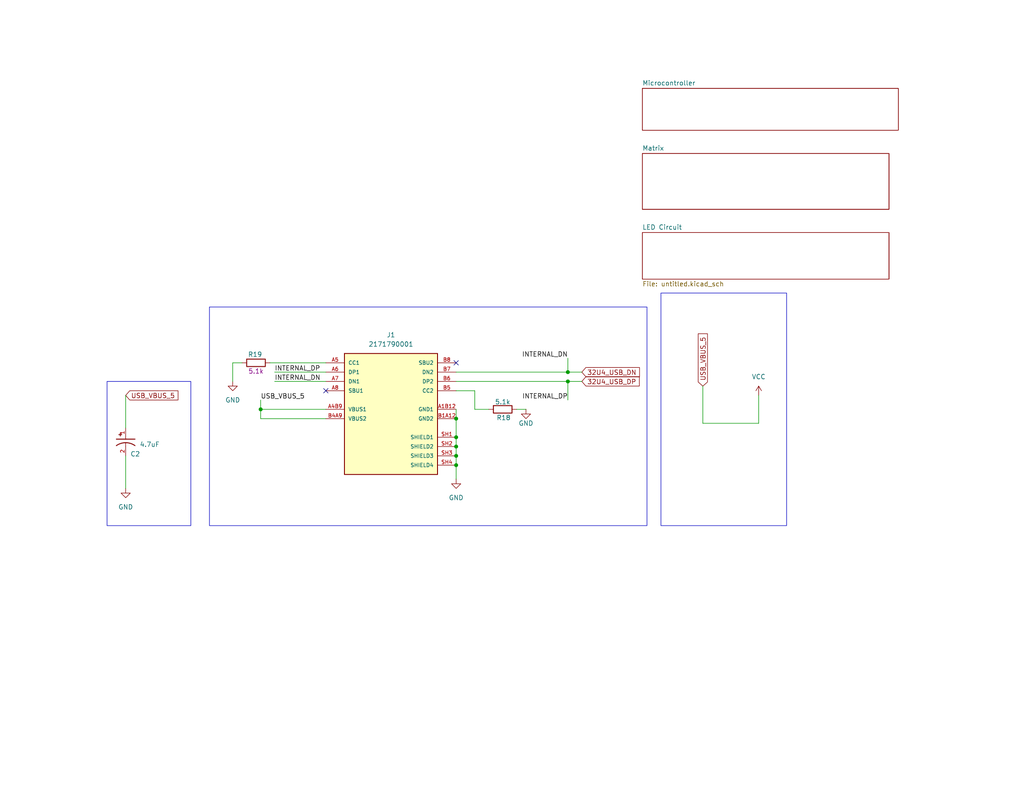
<source format=kicad_sch>
(kicad_sch (version 20231120) (generator "eeschema") (generator_version "8.0")
  (paper "USLetter")
  (title_block (title "40% Keyboard Switch Matrix") (date "2024-03-30") (rev "4") (company "Luke Zambella"))
  (lib_symbols
    (symbol "Device:R" (pin_numbers hide) (pin_names (offset 0))
      (property "Reference" "R" (at 2.032 0 90))
      (property "Value" "R" (at 0 0 90))
      (symbol "R_0_1"
        (rectangle (start -1.016 -2.54) (end 1.016 2.54) (stroke (width 0.254)))
      )
      (symbol "R_1_1"
        (pin passive line (at 0 3.81 270) (length 1.27) (name "~") (number "1"))
        (pin passive line (at 0 -3.81 90) (length 1.27) (name "~") (number "2"))
      )
    )
    (symbol "My Parts:2171790001" (pin_names (offset 1.016))
      (property "Reference" "J" (at -12.7 16.002 0))
      (property "Value" "2171790001" (at -12.7 -18.542 0))
      (symbol "2171790001_0_0"
        (rectangle (start -12.7 -17.78) (end 12.7 15.24) (stroke (width 0.254)) (fill (type background)))
        (pin power_in line (at 17.78 0 180) (length 5.08) (name "GND1") (number "A1B12"))
        (pin power_in line (at -17.78 0 0) (length 5.08) (name "VBUS1") (number "A4B9"))
        (pin bidirectional line (at -17.78 12.7 0) (length 5.08) (name "CC1") (number "A5"))
        (pin bidirectional line (at -17.78 10.16 0) (length 5.08) (name "DP1") (number "A6"))
        (pin bidirectional line (at -17.78 7.62 0) (length 5.08) (name "DN1") (number "A7"))
        (pin bidirectional line (at -17.78 5.08 0) (length 5.08) (name "SBU1") (number "A8"))
        (pin power_in line (at 17.78 -2.54 180) (length 5.08) (name "GND2") (number "B1A12"))
        (pin power_in line (at -17.78 -2.54 0) (length 5.08) (name "VBUS2") (number "B4A9"))
        (pin bidirectional line (at 17.78 5.08 180) (length 5.08) (name "CC2") (number "B5"))
        (pin bidirectional line (at 17.78 7.62 180) (length 5.08) (name "DP2") (number "B6"))
        (pin bidirectional line (at 17.78 10.16 180) (length 5.08) (name "DN2") (number "B7"))
        (pin bidirectional line (at 17.78 12.7 180) (length 5.08) (name "SBU2") (number "B8"))
        (pin passive line (at 17.78 -7.62 180) (length 5.08) (name "SHIELD1") (number "SH1"))
        (pin passive line (at 17.78 -10.16 180) (length 5.08) (name "SHIELD2") (number "SH2"))
        (pin passive line (at 17.78 -12.7 180) (length 5.08) (name "SHIELD3") (number "SH3"))
        (pin passive line (at 17.78 -15.24 180) (length 5.08) (name "SHIELD4") (number "SH4"))
      )
    )
    (symbol "Project:EEEFK1H220P" (pin_names (offset 1.016))
      (property "Reference" "C" (at -2.54 3.81 0))
      (property "Value" "EEEFK1H220P" (at -2.54 -5.08 0))
      (symbol "EEEFK1H220P_0_0"
        (rectangle (start -1.173 -1.532) (end -0.284 -1.405) (stroke (width 0.1)) (fill (type outline)))
        (rectangle (start -0.792 -1.913) (end -0.665 -1.024) (stroke (width 0.1)) (fill (type outline)))
        (polyline (pts (xy 0 0) (xy 0.508 0)) (stroke (width 0.1524)))
        (polyline (pts (xy 0.508 0) (xy 0.508 -2.54)) (stroke (width 0.254)))
        (polyline (pts (xy 0.508 2.54) (xy 0.508 0)) (stroke (width 0.254)))
        (polyline (pts (xy 2.54 0) (xy 1.524 0)) (stroke (width 0.1524)))
        (arc (start 2.286 2.54) (mid 1.4851 0) (end 2.286 -2.54) (stroke (width 0.254)))
        (pin passive line (at -2.54 0 0) (length 2.54) (name "~") (number "1"))
        (pin passive line (at 5.08 0 180) (length 2.54) (name "~") (number "2"))
      )
    )
    (symbol "power:GND" (power) (pin_numbers hide) (pin_names (offset 0) hide)
      (property "Value" "GND" (at 0 -3.81 0))
      (symbol "GND_0_1"
        (polyline (pts (xy 0 0) (xy 0 -1.27) (xy 1.27 -1.27) (xy 0 -2.54) (xy -1.27 -1.27) (xy 0 -1.27)))
      )
      (symbol "GND_1_1"
        (pin power_in line (at 0 0 270) (length 0) (name "~") (number "1"))
      )
    )
    (symbol "power:VCC" (power) (pin_numbers hide) (pin_names (offset 0) hide)
      (property "Value" "VCC" (at 0 3.556 0))
      (symbol "VCC_0_1"
        (polyline (pts (xy -0.762 1.27) (xy 0 2.54)))
        (polyline (pts (xy 0 0) (xy 0 2.54)))
        (polyline (pts (xy 0 2.54) (xy 0.762 1.27)))
      )
      (symbol "VCC_1_1"
        (pin power_in line (at 0 0 90) (length 0) (name "~") (number "1"))
      )
    )
  )
  (junction (at 124.46 127))
  (junction (at 71.12 111.76))
  (junction (at 154.94 104.14))
  (junction (at 124.46 124.46))
  (junction (at 124.46 114.3))
  (junction (at 124.46 121.92))
  (junction (at 124.46 119.38))
  (junction (at 154.94 101.6))
  (no_connect (at 88.9 106.68))
  (no_connect (at 124.46 99.06))
  (wire (pts (xy 191.77 105.41) (xy 191.77 115.57)))
  (wire (pts (xy 191.77 115.57) (xy 207.01 115.57)))
  (wire (pts (xy 34.29 124.46) (xy 34.29 133.35)))
  (wire (pts (xy 154.94 104.14) (xy 158.75 104.14)))
  (wire (pts (xy 207.01 115.57) (xy 207.01 107.95)))
  (wire (pts (xy 129.54 111.76) (xy 129.54 106.68)))
  (wire (pts (xy 124.46 121.92) (xy 124.46 124.46)))
  (wire (pts (xy 124.46 101.6) (xy 154.94 101.6)))
  (wire (pts (xy 66.04 99.06) (xy 63.5 99.06)))
  (wire (pts (xy 140.97 111.76) (xy 143.51 111.76)))
  (wire (pts (xy 154.94 97.79) (xy 154.94 101.6)))
  (wire (pts (xy 124.46 104.14) (xy 154.94 104.14)))
  (wire (pts (xy 129.54 106.68) (xy 124.46 106.68)))
  (wire (pts (xy 71.12 111.76) (xy 71.12 114.3)))
  (wire (pts (xy 154.94 104.14) (xy 154.94 109.22)))
  (wire (pts (xy 34.29 107.95) (xy 34.29 116.84)))
  (wire (pts (xy 73.66 99.06) (xy 88.9 99.06)))
  (wire (pts (xy 124.46 114.3) (xy 124.46 119.38)))
  (wire (pts (xy 71.12 114.3) (xy 88.9 114.3)))
  (wire (pts (xy 124.46 119.38) (xy 124.46 121.92)))
  (wire (pts (xy 124.46 127) (xy 124.46 130.81)))
  (wire (pts (xy 129.54 111.76) (xy 133.35 111.76)))
  (wire (pts (xy 124.46 111.76) (xy 124.46 114.3)))
  (wire (pts (xy 154.94 101.6) (xy 158.75 101.6)))
  (wire (pts (xy 71.12 109.22) (xy 71.12 111.76)))
  (wire (pts (xy 71.12 111.76) (xy 88.9 111.76)))
  (wire (pts (xy 74.93 104.14) (xy 88.9 104.14)))
  (wire (pts (xy 63.5 99.06) (xy 63.5 104.14)))
  (wire (pts (xy 124.46 124.46) (xy 124.46 127)))
  (wire (pts (xy 74.93 101.6) (xy 88.9 101.6)))
  (rectangle (start 29.21 104.14) (end 52.07 143.51))
  (rectangle (start 57.15 83.82) (end 176.53 143.51))
  (rectangle (start 180.34 80.01) (end 214.63 143.51))
  (label "INTERNAL_DN" (at 154.94 97.79 180))
  (label "USB_VBUS_5" (at 71.12 109.22 0))
  (label "INTERNAL_DP" (at 74.93 101.6 0))
  (label "INTERNAL_DP" (at 154.94 109.22 180))
  (label "INTERNAL_DN" (at 74.93 104.14 0))
  (global_label "USB_VBUS_5" (shape input) (at 191.77 105.41 90) (property "Intersheetrefs" "${INTERSHEET_REFS}" (effects (hide yes))))
  (global_label "32U4_USB_DP" (shape input) (at 158.75 104.14 0) (property "Intersheetrefs" "${INTERSHEET_REFS}" (effects (hide yes))))
  (global_label "32U4_USB_DN" (shape input) (at 158.75 101.6 0) (property "Intersheetrefs" "${INTERSHEET_REFS}" (effects (hide yes))))
  (global_label "USB_VBUS_5" (shape input) (at 34.29 107.95 0) (property "Intersheetrefs" "${INTERSHEET_REFS}" (effects (hide yes))))
  (symbol (lib_id "Device:R") (at 137.16 111.76 90) (unit 1)
    (property "Reference" "R18" (at 137.414 114.046 90))
    (property "Value" "5.1k" (at 137.16 109.728 90))
    (property "Footprint" "Resistor_SMD:R_1206_3216Metric" (effects (hide yes)))
    (property "Description" "Resistor" (effects (hide yes)))
    (property "Resistance" "5.1k" (effects (hide yes)))
    (property "Part #" "RMCF1206JT5K10" (effects (hide yes)))
  )
  (symbol (lib_id "power:GND") (at 63.5 104.14 0) (unit 1)
    (property "Reference" "#PWR029" (effects (hide yes)))
    (property "Value" "GND" (at 63.5 109.22 0))
    (property "Description" "Power symbol creates a global label with name \"GND\" , ground" (effects (hide yes)))
  )
  (symbol (lib_id "power:GND") (at 143.51 111.76 0) (unit 1)
    (property "Reference" "#PWR023" (effects (hide yes)))
    (property "Value" "GND" (at 143.51 115.57 0))
    (property "Description" "Power symbol creates a global label with name \"GND\" , ground" (effects (hide yes)))
  )
  (symbol (lib_id "power:GND") (at 124.46 130.81 0) (unit 1)
    (property "Reference" "#PWR04" (effects (hide yes)))
    (property "Value" "GND" (at 124.46 135.89 0))
    (property "Description" "Power symbol creates a global label with name \"GND\" , ground" (effects (hide yes)))
  )
  (symbol (lib_id "Project:EEEFK1H220P") (at 34.29 119.38 270) (unit 1)
    (property "Reference" "C2" (at 35.56 123.952 90) (effects (justify left)))
    (property "Value" "4.7uF" (at 38.1 121.3465 90) (effects (justify left)))
    (property "Footprint" "Capacitor_SMD:C_1206_3216Metric_Pad1.33x1.80mm_HandSolder" (effects (hide yes)))
    (property "MF" "Panasonic Electronic" (effects (hide yes)))
    (property "MAXIMUM_PACKAGE_HEIGHT" "5.8mm" (effects (hide yes)))
    (property "Package" "RADIAL-2 Panasonic" (effects (hide yes)))
    (property "Price" "None" (effects (hide yes)))
    (property "MP" "EEE-HB1E4R7R" (effects (hide yes)))
    (property "Description_1" "\nElectrolytic capacitor SMD 22 µF 50 V 20 % (Ø) 6.3 mm Panasonic EEE-FK1H220P 1 pc(s)\n" (effects (hide yes)))
    (property "Availability" "In Stock" (effects (hide yes)))
    (property "MANUFACTURER" "Panasonic" (effects (hide yes)))
    (property "Capacitance" "4.7uF" (effects (hide yes)))
    (property "Part #" "311-2011-1-ND" (effects (hide yes)))
  )
  (symbol (lib_id "power:VCC") (at 207.01 107.95 0) (unit 1)
    (property "Reference" "#PWR024" (effects (hide yes)))
    (property "Value" "VCC" (at 207.01 102.87 0))
    (property "Description" "Power symbol creates a global label with name \"VCC\"" (effects (hide yes)))
  )
  (symbol (lib_id "power:GND") (at 34.29 133.35 0) (unit 1)
    (property "Reference" "#PWR021" (effects (hide yes)))
    (property "Value" "GND" (at 34.29 138.43 0))
    (property "Description" "Power symbol creates a global label with name \"GND\" , ground" (effects (hide yes)))
  )
  (symbol (lib_id "My Parts:2171790001") (at 106.68 111.76 0) (unit 1)
    (property "Reference" "J1" (at 106.68 91.44 0))
    (property "Value" "2171790001" (at 106.68 93.98 0))
    (property "Footprint" "Library:MOLEX_2171790001" (effects (hide yes)))
    (property "MF" "Molex" (effects (hide yes)))
    (property "MAXIMUM_PACKAGE_HEIGHT" "3.16 mm" (effects (hide yes)))
    (property "Package" "None" (effects (hide yes)))
    (property "Price" "None" (effects (hide yes)))
    (property "Check_prices" "https://www.snapeda.com/parts/2171790001/Molex/view-part/?ref=eda" (effects (hide yes)))
    (property "STANDARD" "Manufacturer Recommendations" (effects (hide yes)))
    (property "PARTREV" "A1" (effects (hide yes)))
    (property "SnapEDA_Link" "https://www.snapeda.com/parts/2171790001/Molex/view-part/?ref=snap" (effects (hide yes)))
    (property "MP" "2171790001" (effects (hide yes)))
    (property "Description_1" "\nUniversal Serial Bus (USB) Shielded I/O Receptacle, Type C, Right-Angle, Surface Mount, Top Mount, Single Row, 16 Circuits, Gold (Au) Plating\n" (effects (hide yes)))
    (property "Availability" "In Stock" (effects (hide yes)))
    (property "MANUFACTURER" "Molex" (effects (hide yes)))
    (property "Part #" "2171790001" (effects (hide yes)))
  )
  (symbol (lib_id "Device:R") (at 69.85 99.06 270) (unit 1)
    (property "Reference" "R19" (at 69.596 96.774 90))
    (property "Value" "5.1k" (effects (hide yes)))
    (property "Footprint" "Resistor_SMD:R_1206_3216Metric" (effects (hide yes)))
    (property "Description" "Resistor" (effects (hide yes)))
    (property "Resistance" "5.1k" (at 69.85 101.346 90))
    (property "Part #" "RMCF1206JT5K10" (effects (hide yes)))
  )
  (sheet (at 175.26 24.13) (size 69.85 11.43) (stroke (width 0.1524))
    (property "Sheetname" "Microcontroller" (at 175.26 23.4184 0) (effects (justify left bottom)))
    (property "Sheetfile" "microcontroller.kicad_sch" (effects (hide yes)))
  )
  (sheet (at 175.26 63.5) (size 67.31 12.7) (stroke (width 0.1524))
    (property "Sheetname" "LED Circuit" (at 175.26 62.7884 0) (effects (justify left bottom)))
    (property "Sheetfile" "untitled.kicad_sch" (at 175.26 76.7846 0) (effects (justify left top)))
  )
  (sheet (at 175.26 41.91) (size 67.31 15.24) (stroke (width 0.1524))
    (property "Sheetname" "Matrix" (at 175.26 41.1984 0) (effects (justify left bottom)))
    (property "Sheetfile" "Matrix.kicad_sch" (effects (hide yes)))
  )
)
</source>
